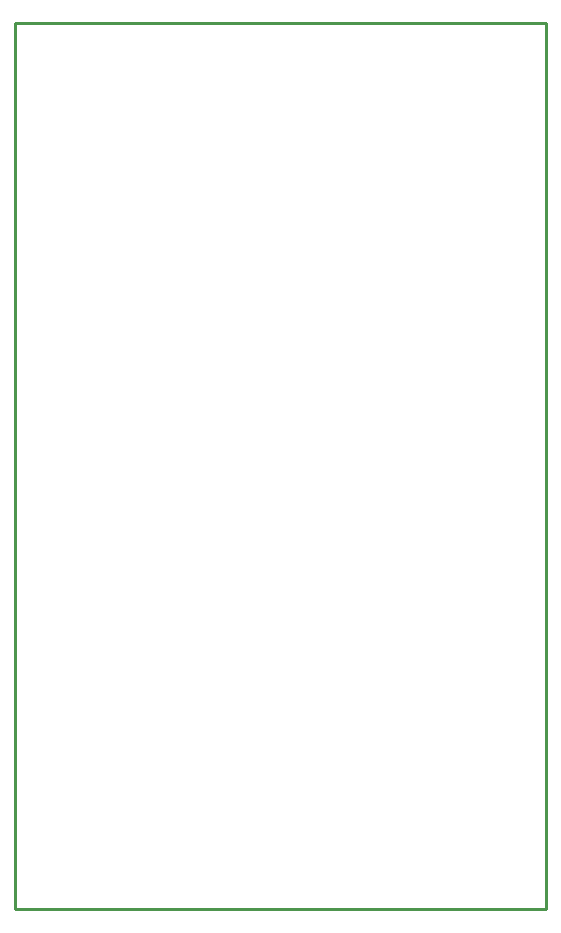
<source format=gko>
G04 Layer: BoardOutlineLayer*
G04 EasyEDA v6.5.42, 2024-06-13 11:32:13*
G04 d1ebce20da0e461893040d04fa24d534,1f4b798e1f424c36b07c5063a1ef9d4e,10*
G04 Gerber Generator version 0.2*
G04 Scale: 100 percent, Rotated: No, Reflected: No *
G04 Dimensions in millimeters *
G04 leading zeros omitted , absolute positions ,4 integer and 5 decimal *
%FSLAX45Y45*%
%MOMM*%

%ADD10C,0.2540*%
D10*
X0Y0D02*
G01*
X4499990Y0D01*
X4499990Y-7499985D01*
X0Y-7499985D01*
X0Y0D01*

%LPD*%
M02*

</source>
